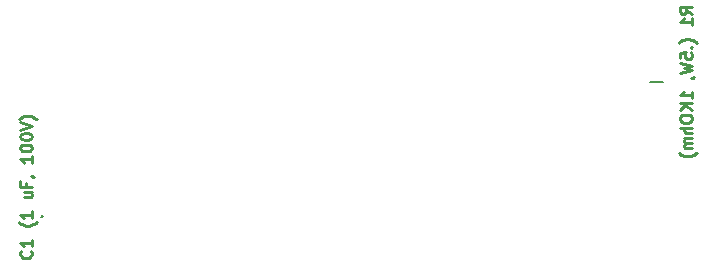
<source format=gbo>
%TF.GenerationSoftware,KiCad,Pcbnew,5.1.9+dfsg1-1+deb11u1*%
%TF.CreationDate,2023-05-03T00:18:42-05:00*%
%TF.ProjectId,PCB Test Design,50434220-5465-4737-9420-44657369676e,rev?*%
%TF.SameCoordinates,Original*%
%TF.FileFunction,Legend,Bot*%
%TF.FilePolarity,Positive*%
%FSLAX46Y46*%
G04 Gerber Fmt 4.6, Leading zero omitted, Abs format (unit mm)*
G04 Created by KiCad (PCBNEW 5.1.9+dfsg1-1+deb11u1) date 2023-05-03 00:18:42*
%MOMM*%
%LPD*%
G01*
G04 APERTURE LIST*
%ADD10C,0.200000*%
%ADD11C,0.254000*%
%ADD12C,0.250000*%
G04 APERTURE END LIST*
D10*
%TO.C,R1 (.5W\u002C 1KOhm)*%
X133875000Y-97790000D02*
X132825000Y-97790000D01*
D11*
%TO.C,C1 (1 uF\u002C 100V)*%
X81330000Y-109220000D02*
G75*
G03*
X81330000Y-109220000I-50000J0D01*
G01*
%TO.C,R1 (.5W\u002C 1KOhm)*%
D12*
X136342380Y-92051904D02*
X135866190Y-91718571D01*
X136342380Y-91480476D02*
X135342380Y-91480476D01*
X135342380Y-91861428D01*
X135390000Y-91956666D01*
X135437619Y-92004285D01*
X135532857Y-92051904D01*
X135675714Y-92051904D01*
X135770952Y-92004285D01*
X135818571Y-91956666D01*
X135866190Y-91861428D01*
X135866190Y-91480476D01*
X136342380Y-93004285D02*
X136342380Y-92432857D01*
X136342380Y-92718571D02*
X135342380Y-92718571D01*
X135485238Y-92623333D01*
X135580476Y-92528095D01*
X135628095Y-92432857D01*
X136723333Y-94480476D02*
X136675714Y-94432857D01*
X136532857Y-94337619D01*
X136437619Y-94290000D01*
X136294761Y-94242380D01*
X136056666Y-94194761D01*
X135866190Y-94194761D01*
X135628095Y-94242380D01*
X135485238Y-94290000D01*
X135390000Y-94337619D01*
X135247142Y-94432857D01*
X135199523Y-94480476D01*
X136247142Y-94861428D02*
X136294761Y-94909047D01*
X136342380Y-94861428D01*
X136294761Y-94813809D01*
X136247142Y-94861428D01*
X136342380Y-94861428D01*
X135342380Y-95813809D02*
X135342380Y-95337619D01*
X135818571Y-95290000D01*
X135770952Y-95337619D01*
X135723333Y-95432857D01*
X135723333Y-95670952D01*
X135770952Y-95766190D01*
X135818571Y-95813809D01*
X135913809Y-95861428D01*
X136151904Y-95861428D01*
X136247142Y-95813809D01*
X136294761Y-95766190D01*
X136342380Y-95670952D01*
X136342380Y-95432857D01*
X136294761Y-95337619D01*
X136247142Y-95290000D01*
X135342380Y-96194761D02*
X136342380Y-96432857D01*
X135628095Y-96623333D01*
X136342380Y-96813809D01*
X135342380Y-97051904D01*
X136294761Y-97480476D02*
X136342380Y-97480476D01*
X136437619Y-97432857D01*
X136485238Y-97385238D01*
X136342380Y-99194761D02*
X136342380Y-98623333D01*
X136342380Y-98909047D02*
X135342380Y-98909047D01*
X135485238Y-98813809D01*
X135580476Y-98718571D01*
X135628095Y-98623333D01*
X136342380Y-99623333D02*
X135342380Y-99623333D01*
X136342380Y-100194761D02*
X135770952Y-99766190D01*
X135342380Y-100194761D02*
X135913809Y-99623333D01*
X135342380Y-100813809D02*
X135342380Y-101004285D01*
X135390000Y-101099523D01*
X135485238Y-101194761D01*
X135675714Y-101242380D01*
X136009047Y-101242380D01*
X136199523Y-101194761D01*
X136294761Y-101099523D01*
X136342380Y-101004285D01*
X136342380Y-100813809D01*
X136294761Y-100718571D01*
X136199523Y-100623333D01*
X136009047Y-100575714D01*
X135675714Y-100575714D01*
X135485238Y-100623333D01*
X135390000Y-100718571D01*
X135342380Y-100813809D01*
X136342380Y-101670952D02*
X135342380Y-101670952D01*
X136342380Y-102099523D02*
X135818571Y-102099523D01*
X135723333Y-102051904D01*
X135675714Y-101956666D01*
X135675714Y-101813809D01*
X135723333Y-101718571D01*
X135770952Y-101670952D01*
X136342380Y-102575714D02*
X135675714Y-102575714D01*
X135770952Y-102575714D02*
X135723333Y-102623333D01*
X135675714Y-102718571D01*
X135675714Y-102861428D01*
X135723333Y-102956666D01*
X135818571Y-103004285D01*
X136342380Y-103004285D01*
X135818571Y-103004285D02*
X135723333Y-103051904D01*
X135675714Y-103147142D01*
X135675714Y-103290000D01*
X135723333Y-103385238D01*
X135818571Y-103432857D01*
X136342380Y-103432857D01*
X136723333Y-103813809D02*
X136675714Y-103861428D01*
X136532857Y-103956666D01*
X136437619Y-104004285D01*
X136294761Y-104051904D01*
X136056666Y-104099523D01*
X135866190Y-104099523D01*
X135628095Y-104051904D01*
X135485238Y-104004285D01*
X135390000Y-103956666D01*
X135247142Y-103861428D01*
X135199523Y-103813809D01*
%TO.C,C1 (1 uF\u002C 100V)*%
X80367142Y-112108571D02*
X80414761Y-112156190D01*
X80462380Y-112299047D01*
X80462380Y-112394285D01*
X80414761Y-112537142D01*
X80319523Y-112632380D01*
X80224285Y-112680000D01*
X80033809Y-112727619D01*
X79890952Y-112727619D01*
X79700476Y-112680000D01*
X79605238Y-112632380D01*
X79510000Y-112537142D01*
X79462380Y-112394285D01*
X79462380Y-112299047D01*
X79510000Y-112156190D01*
X79557619Y-112108571D01*
X80462380Y-111156190D02*
X80462380Y-111727619D01*
X80462380Y-111441904D02*
X79462380Y-111441904D01*
X79605238Y-111537142D01*
X79700476Y-111632380D01*
X79748095Y-111727619D01*
X80843333Y-109680000D02*
X80795714Y-109727619D01*
X80652857Y-109822857D01*
X80557619Y-109870476D01*
X80414761Y-109918095D01*
X80176666Y-109965714D01*
X79986190Y-109965714D01*
X79748095Y-109918095D01*
X79605238Y-109870476D01*
X79510000Y-109822857D01*
X79367142Y-109727619D01*
X79319523Y-109680000D01*
X80462380Y-108775238D02*
X80462380Y-109346666D01*
X80462380Y-109060952D02*
X79462380Y-109060952D01*
X79605238Y-109156190D01*
X79700476Y-109251428D01*
X79748095Y-109346666D01*
X79795714Y-107156190D02*
X80462380Y-107156190D01*
X79795714Y-107584761D02*
X80319523Y-107584761D01*
X80414761Y-107537142D01*
X80462380Y-107441904D01*
X80462380Y-107299047D01*
X80414761Y-107203809D01*
X80367142Y-107156190D01*
X79938571Y-106346666D02*
X79938571Y-106680000D01*
X80462380Y-106680000D02*
X79462380Y-106680000D01*
X79462380Y-106203809D01*
X80414761Y-105775238D02*
X80462380Y-105775238D01*
X80557619Y-105822857D01*
X80605238Y-105870476D01*
X80462380Y-104060952D02*
X80462380Y-104632380D01*
X80462380Y-104346666D02*
X79462380Y-104346666D01*
X79605238Y-104441904D01*
X79700476Y-104537142D01*
X79748095Y-104632380D01*
X79462380Y-103441904D02*
X79462380Y-103346666D01*
X79510000Y-103251428D01*
X79557619Y-103203809D01*
X79652857Y-103156190D01*
X79843333Y-103108571D01*
X80081428Y-103108571D01*
X80271904Y-103156190D01*
X80367142Y-103203809D01*
X80414761Y-103251428D01*
X80462380Y-103346666D01*
X80462380Y-103441904D01*
X80414761Y-103537142D01*
X80367142Y-103584761D01*
X80271904Y-103632380D01*
X80081428Y-103680000D01*
X79843333Y-103680000D01*
X79652857Y-103632380D01*
X79557619Y-103584761D01*
X79510000Y-103537142D01*
X79462380Y-103441904D01*
X79462380Y-102489523D02*
X79462380Y-102394285D01*
X79510000Y-102299047D01*
X79557619Y-102251428D01*
X79652857Y-102203809D01*
X79843333Y-102156190D01*
X80081428Y-102156190D01*
X80271904Y-102203809D01*
X80367142Y-102251428D01*
X80414761Y-102299047D01*
X80462380Y-102394285D01*
X80462380Y-102489523D01*
X80414761Y-102584761D01*
X80367142Y-102632380D01*
X80271904Y-102680000D01*
X80081428Y-102727619D01*
X79843333Y-102727619D01*
X79652857Y-102680000D01*
X79557619Y-102632380D01*
X79510000Y-102584761D01*
X79462380Y-102489523D01*
X79462380Y-101870476D02*
X80462380Y-101537142D01*
X79462380Y-101203809D01*
X80843333Y-100965714D02*
X80795714Y-100918095D01*
X80652857Y-100822857D01*
X80557619Y-100775238D01*
X80414761Y-100727619D01*
X80176666Y-100680000D01*
X79986190Y-100680000D01*
X79748095Y-100727619D01*
X79605238Y-100775238D01*
X79510000Y-100822857D01*
X79367142Y-100918095D01*
X79319523Y-100965714D01*
%TD*%
M02*

</source>
